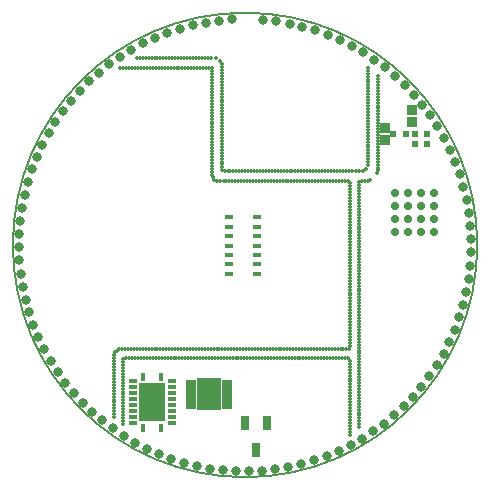
<source format=gbs>
G04*
G04 #@! TF.GenerationSoftware,Altium Limited,Altium Designer,22.6.1 (34)*
G04*
G04 Layer_Color=16711935*
%FSLAX44Y44*%
%MOMM*%
G71*
G04*
G04 #@! TF.SameCoordinates,74DF644D-C5CC-47E8-8FD8-F3D1935BC2B4*
G04*
G04*
G04 #@! TF.FilePolarity,Negative*
G04*
G01*
G75*
%ADD12C,0.2000*%
%ADD78C,0.8032*%
%ADD79C,0.7032*%
%ADD80C,0.3532*%
%ADD88R,0.6000X0.6000*%
%ADD89R,0.7500X0.3500*%
%ADD96R,0.8532X0.8532*%
%ADD97R,0.8032X1.2532*%
%ADD98R,0.9532X0.5032*%
%ADD99R,2.1032X2.8032*%
%ADD100R,2.2532X3.2532*%
%ADD101R,0.4432X0.8032*%
%ADD102R,0.8032X0.4432*%
D12*
X903478Y560832D02*
G03*
X903478Y560832I-196596J0D01*
G01*
D78*
X898188Y565772D02*
D03*
X825145Y711101D02*
D03*
X816133Y717751D02*
D03*
X710286Y369211D02*
D03*
X673420Y749078D02*
D03*
X644259Y379717D02*
D03*
X796276Y391335D02*
D03*
X732612Y370877D02*
D03*
X896226Y532264D02*
D03*
X559592Y682926D02*
D03*
X888565Y620731D02*
D03*
X897502Y543391D02*
D03*
X891781Y610003D02*
D03*
X548224Y453465D02*
D03*
X676802Y371540D02*
D03*
X542243Y462934D02*
D03*
X594737Y405437D02*
D03*
X526492Y624832D02*
D03*
X875355Y651584D02*
D03*
X841320Y424295D02*
D03*
X898156Y554572D02*
D03*
X849624Y688151D02*
D03*
X884417Y489145D02*
D03*
X540489Y655340D02*
D03*
X833123Y416664D02*
D03*
X603968Y399095D02*
D03*
X610643Y726094D02*
D03*
X894395Y599112D02*
D03*
X797069Y729496D02*
D03*
X531904Y482796D02*
D03*
X897596Y576956D02*
D03*
X880368Y641568D02*
D03*
X601109Y720216D02*
D03*
X546262Y664937D02*
D03*
X583196Y706789D02*
D03*
X524042Y503757D02*
D03*
X863004Y449917D02*
D03*
X569354Y427399D02*
D03*
X766174Y742596D02*
D03*
X879970Y478866D02*
D03*
X633791Y383700D02*
D03*
X765334Y378353D02*
D03*
X554724Y444344D02*
D03*
X662450Y746823D02*
D03*
X744524Y748311D02*
D03*
X518077Y592350D02*
D03*
X754571Y375255D02*
D03*
X743653Y372760D02*
D03*
X651622Y743961D02*
D03*
X620489Y731432D02*
D03*
X518687Y525499D02*
D03*
X699087Y369365D02*
D03*
X722359Y751454D02*
D03*
X695653Y751741D02*
D03*
X516557Y581254D02*
D03*
X552650Y674137D02*
D03*
X585872Y412282D02*
D03*
X535259Y645436D02*
D03*
X561751Y435623D02*
D03*
X527618Y493143D02*
D03*
X623561Y388259D02*
D03*
X530589Y635256D02*
D03*
X684500Y750719D02*
D03*
X824455Y409571D02*
D03*
X863508Y670584D02*
D03*
X787054Y734510D02*
D03*
X776727Y738843D02*
D03*
X888285Y499656D02*
D03*
X833773Y703960D02*
D03*
X515658Y570090D02*
D03*
X577403Y419611D02*
D03*
X567013Y691315D02*
D03*
X884756Y631264D02*
D03*
X896383Y588090D02*
D03*
X515381Y558893D02*
D03*
X687914Y370142D02*
D03*
X640995Y740425D02*
D03*
X806450Y724154D02*
D03*
X874957Y468851D02*
D03*
X536956Y472694D02*
D03*
X522981Y614197D02*
D03*
X591917Y713817D02*
D03*
X806003Y396887D02*
D03*
X894237Y521242D02*
D03*
X815406Y402972D02*
D03*
X613600Y393380D02*
D03*
X516925Y536559D02*
D03*
X520211Y603345D02*
D03*
X775908Y382046D02*
D03*
X786255Y386332D02*
D03*
X856811Y679561D02*
D03*
X869244Y459217D02*
D03*
X755429Y745755D02*
D03*
X891561Y510366D02*
D03*
X574889Y699277D02*
D03*
X654932Y376324D02*
D03*
X856255Y440978D02*
D03*
X521062Y514553D02*
D03*
X630617Y736214D02*
D03*
X849020Y432429D02*
D03*
X515781Y547700D02*
D03*
X869696Y661249D02*
D03*
X665785Y373554D02*
D03*
X721477Y369680D02*
D03*
X733494Y750257D02*
D03*
X841970Y696328D02*
D03*
D79*
X844892Y582764D02*
D03*
X855892D02*
D03*
X833892D02*
D03*
Y571764D02*
D03*
X855892D02*
D03*
X844892D02*
D03*
Y593764D02*
D03*
X833892D02*
D03*
X855892D02*
D03*
X866892D02*
D03*
Y571764D02*
D03*
Y582764D02*
D03*
X833892Y604764D02*
D03*
X855892D02*
D03*
X844892D02*
D03*
X866892D02*
D03*
D80*
X598170Y471424D02*
D03*
X680974Y616204D02*
D03*
X689575Y623213D02*
D03*
X692115D02*
D03*
X694401D02*
D03*
X696941D02*
D03*
X699227D02*
D03*
X701513D02*
D03*
X704307D02*
D03*
X707101D02*
D03*
X709641D02*
D03*
X812800Y615950D02*
D03*
X803621Y623213D02*
D03*
X800573D02*
D03*
X797560Y623316D02*
D03*
X794766D02*
D03*
X809463Y625499D02*
D03*
X792191Y623213D02*
D03*
X789651D02*
D03*
X787111D02*
D03*
X784571D02*
D03*
X803734Y518944D02*
D03*
X637729Y473063D02*
D03*
X819482Y646365D02*
D03*
X679727Y617998D02*
D03*
X819482Y681365D02*
D03*
X595514Y449955D02*
D03*
X750229Y473063D02*
D03*
X795377Y510558D02*
D03*
X807031Y623213D02*
D03*
X712729Y473063D02*
D03*
X803734Y541444D02*
D03*
X819482Y643865D02*
D03*
X742031Y623213D02*
D03*
X803734Y443944D02*
D03*
X678791Y665331D02*
D03*
X803734Y513944D02*
D03*
X603871Y416712D02*
D03*
X803734Y438944D02*
D03*
X716322Y464706D02*
D03*
X811125Y698372D02*
D03*
X682729Y473063D02*
D03*
X687148Y651470D02*
D03*
X795377Y523058D02*
D03*
X819433Y623865D02*
D03*
X748640Y614856D02*
D03*
X712031Y623213D02*
D03*
X806062Y614856D02*
D03*
X771322Y464706D02*
D03*
X636322D02*
D03*
X662730Y719225D02*
D03*
X678791Y670331D02*
D03*
X703822Y464706D02*
D03*
X603871Y439212D02*
D03*
X795377Y407748D02*
D03*
X625229Y473063D02*
D03*
X655229D02*
D03*
X785229D02*
D03*
X795377Y402748D02*
D03*
X711140Y614856D02*
D03*
X671350Y710868D02*
D03*
X795377Y495558D02*
D03*
X628850Y710868D02*
D03*
X811125Y665872D02*
D03*
X729531Y623213D02*
D03*
X739531D02*
D03*
X777031D02*
D03*
X735229Y473063D02*
D03*
X795377Y485558D02*
D03*
X726140Y614856D02*
D03*
X803734Y448944D02*
D03*
X701140Y614856D02*
D03*
X767729Y473063D02*
D03*
X678791Y645331D02*
D03*
X667729Y473063D02*
D03*
X795377Y563058D02*
D03*
Y480558D02*
D03*
Y500558D02*
D03*
X678791Y682831D02*
D03*
X795377Y400248D02*
D03*
X595514Y434955D02*
D03*
X803734Y608943D02*
D03*
X595514Y444955D02*
D03*
X603871Y431712D02*
D03*
X760229Y473063D02*
D03*
X803734Y598943D02*
D03*
X643850Y710868D02*
D03*
X678791Y627831D02*
D03*
X803734Y538944D02*
D03*
Y453944D02*
D03*
X603871Y446712D02*
D03*
X687148Y623970D02*
D03*
Y626470D02*
D03*
X775229Y473063D02*
D03*
X819482Y636365D02*
D03*
X696322Y464706D02*
D03*
X595514Y452455D02*
D03*
X795377Y595558D02*
D03*
X761322Y464706D02*
D03*
X645230Y719225D02*
D03*
X678791Y700331D02*
D03*
X792729Y473063D02*
D03*
X795377Y450248D02*
D03*
X678791Y632831D02*
D03*
X759531Y623213D02*
D03*
X678791Y710331D02*
D03*
X603871Y426712D02*
D03*
X793822Y464706D02*
D03*
X690229Y473063D02*
D03*
X611322Y464706D02*
D03*
X758822D02*
D03*
X728640Y614856D02*
D03*
X811125Y670872D02*
D03*
X687148Y633970D02*
D03*
X795377Y540558D02*
D03*
X819482Y688865D02*
D03*
X803734Y411444D02*
D03*
X795377Y437748D02*
D03*
X676350Y710868D02*
D03*
X687148Y711470D02*
D03*
X793640Y614856D02*
D03*
X795377Y425248D02*
D03*
X732031Y623213D02*
D03*
X742729Y473063D02*
D03*
X811125Y685872D02*
D03*
X603850Y710868D02*
D03*
X795377Y462748D02*
D03*
X819482Y683865D02*
D03*
X623850Y710868D02*
D03*
X595526Y467455D02*
D03*
X818513Y621541D02*
D03*
X607729Y473063D02*
D03*
X744531Y623213D02*
D03*
X764531D02*
D03*
X723822Y464706D02*
D03*
X687148Y671470D02*
D03*
X746140Y614856D02*
D03*
X687148Y703970D02*
D03*
X795377Y412748D02*
D03*
X811125Y693372D02*
D03*
X687148Y663970D02*
D03*
X803734Y451444D02*
D03*
X671322Y464706D02*
D03*
X751322D02*
D03*
X803734Y533944D02*
D03*
X630230Y719225D02*
D03*
X627729Y473063D02*
D03*
X693822Y464706D02*
D03*
X737729Y473063D02*
D03*
X655230Y719225D02*
D03*
X673822Y464706D02*
D03*
X803734Y588944D02*
D03*
X795377Y478058D02*
D03*
X803734Y496444D02*
D03*
X658822Y464706D02*
D03*
X668850Y710868D02*
D03*
X781322Y464706D02*
D03*
X778640Y614856D02*
D03*
X776322Y464706D02*
D03*
X653850Y710868D02*
D03*
X803734Y558944D02*
D03*
X819482Y663865D02*
D03*
X736140Y614856D02*
D03*
X687148Y653970D02*
D03*
Y708970D02*
D03*
X603871Y459212D02*
D03*
X757729Y473063D02*
D03*
X788640Y614856D02*
D03*
X631350Y710868D02*
D03*
X676322Y464706D02*
D03*
X803734Y458944D02*
D03*
X752031Y623213D02*
D03*
X770229Y473063D02*
D03*
X811056Y615021D02*
D03*
X678791Y707831D02*
D03*
X803734Y431444D02*
D03*
Y488944D02*
D03*
Y566444D02*
D03*
X603871Y429212D02*
D03*
X678829Y620331D02*
D03*
X819482Y671365D02*
D03*
Y648865D02*
D03*
X803734Y456444D02*
D03*
X795377Y417748D02*
D03*
X682074Y719107D02*
D03*
X769531Y623213D02*
D03*
X803734Y556444D02*
D03*
X595514Y459955D02*
D03*
X803734Y586444D02*
D03*
X678791Y667831D02*
D03*
X731322Y464706D02*
D03*
X678791Y650331D02*
D03*
X795377Y488058D02*
D03*
X780229Y473063D02*
D03*
X776140Y614856D02*
D03*
X678791Y642831D02*
D03*
X687148Y656470D02*
D03*
X811125Y688372D02*
D03*
Y658372D02*
D03*
X603871Y434212D02*
D03*
X595514Y414955D02*
D03*
X603871Y464212D02*
D03*
X795377Y535558D02*
D03*
X803734Y548944D02*
D03*
X795377Y600558D02*
D03*
X803734Y423944D02*
D03*
X678791Y635331D02*
D03*
X783822Y464706D02*
D03*
X635230Y719225D02*
D03*
X795377Y427748D02*
D03*
X642730Y719225D02*
D03*
X721322Y464706D02*
D03*
X772031Y623213D02*
D03*
X795377Y518058D02*
D03*
X596375Y469807D02*
D03*
X771140Y614856D02*
D03*
X687148Y681470D02*
D03*
X657729Y473063D02*
D03*
X803734Y571444D02*
D03*
X733822Y464706D02*
D03*
X765229Y473063D02*
D03*
X687148Y668970D02*
D03*
X803734Y591443D02*
D03*
X652730Y719225D02*
D03*
X698640Y614856D02*
D03*
X803734Y413944D02*
D03*
X687148Y678970D02*
D03*
X623822Y464706D02*
D03*
X603871Y451712D02*
D03*
X795377Y588058D02*
D03*
X787729Y473063D02*
D03*
X795377Y550558D02*
D03*
X803734Y508944D02*
D03*
Y506444D02*
D03*
X795377Y440248D02*
D03*
X595514Y429955D02*
D03*
X678791Y660331D02*
D03*
X731140Y614856D02*
D03*
X733640D02*
D03*
X763640D02*
D03*
X715229Y473063D02*
D03*
X691140Y614856D02*
D03*
X621350Y710868D02*
D03*
X687148Y631470D02*
D03*
X803734Y601443D02*
D03*
X736322Y464706D02*
D03*
X737031Y623213D02*
D03*
X811125Y638372D02*
D03*
X803734Y526444D02*
D03*
X600236Y472875D02*
D03*
X803734Y473944D02*
D03*
X595514Y442455D02*
D03*
X687148Y666470D02*
D03*
X752729Y473063D02*
D03*
X803734Y603943D02*
D03*
Y491444D02*
D03*
X688640Y614856D02*
D03*
X795377Y580558D02*
D03*
X743822Y464706D02*
D03*
X685229Y473063D02*
D03*
X795377Y583058D02*
D03*
X632729Y473063D02*
D03*
X618822Y464706D02*
D03*
X686088Y716269D02*
D03*
X708822Y464706D02*
D03*
X648822D02*
D03*
X606350Y710868D02*
D03*
X811125Y708372D02*
D03*
X795377Y452748D02*
D03*
X803734Y613943D02*
D03*
X603871Y449212D02*
D03*
X753822Y464706D02*
D03*
X768822D02*
D03*
X761140Y614856D02*
D03*
X678791Y687831D02*
D03*
X641350Y710868D02*
D03*
X687148Y646470D02*
D03*
X595514Y454955D02*
D03*
X720229Y473063D02*
D03*
X717031Y623213D02*
D03*
X754531D02*
D03*
X662729Y473063D02*
D03*
X795377Y590558D02*
D03*
X774531Y623213D02*
D03*
X603871Y456712D02*
D03*
X713640Y614856D02*
D03*
X803734Y611443D02*
D03*
X616322Y464706D02*
D03*
X665229Y473063D02*
D03*
X811125Y710872D02*
D03*
X763822Y464706D02*
D03*
X766140Y614856D02*
D03*
X616350Y710868D02*
D03*
X692729Y473063D02*
D03*
X595514Y422455D02*
D03*
X617730Y719225D02*
D03*
X651350Y710868D02*
D03*
X603871Y424212D02*
D03*
X718640Y614856D02*
D03*
X641322Y464706D02*
D03*
X603871Y441712D02*
D03*
X698822Y464706D02*
D03*
X803734Y428944D02*
D03*
X637730Y719225D02*
D03*
X753640Y614856D02*
D03*
X605229Y473063D02*
D03*
X687148Y701470D02*
D03*
X708640Y614856D02*
D03*
X811125Y653372D02*
D03*
X702729Y473063D02*
D03*
X678791Y662831D02*
D03*
X803734Y478944D02*
D03*
Y436444D02*
D03*
X795377Y410248D02*
D03*
Y490558D02*
D03*
X678791Y677831D02*
D03*
X695229Y473063D02*
D03*
X795377Y610558D02*
D03*
X678791Y705331D02*
D03*
X727729Y473063D02*
D03*
X803734Y578944D02*
D03*
X670229Y473063D02*
D03*
X663822Y464706D02*
D03*
X803734Y553944D02*
D03*
X766322Y464706D02*
D03*
X795377Y520558D02*
D03*
X647729Y473063D02*
D03*
X606322Y464706D02*
D03*
X795377Y483058D02*
D03*
X803734Y528944D02*
D03*
X795377Y575558D02*
D03*
X595514Y462455D02*
D03*
X687148Y673970D02*
D03*
X795377Y543058D02*
D03*
X819482Y638865D02*
D03*
X741322Y464706D02*
D03*
X665230Y719225D02*
D03*
X703640Y614856D02*
D03*
X714531Y623213D02*
D03*
X667730Y719225D02*
D03*
X678791Y702831D02*
D03*
X803734Y501444D02*
D03*
X795377Y460248D02*
D03*
X677729Y473063D02*
D03*
X650230Y719225D02*
D03*
X631322Y464706D02*
D03*
X795377Y585558D02*
D03*
X811125Y675872D02*
D03*
X795377Y613058D02*
D03*
X811125Y648372D02*
D03*
X678791Y680331D02*
D03*
X656350Y710868D02*
D03*
X687148Y688970D02*
D03*
X803734Y408944D02*
D03*
X726322Y464706D02*
D03*
X795377Y415248D02*
D03*
X790229Y473063D02*
D03*
X803734Y471444D02*
D03*
X660230Y719225D02*
D03*
X642729Y473063D02*
D03*
X685800Y614934D02*
D03*
X803734Y531444D02*
D03*
X779531Y623213D02*
D03*
X612729Y473063D02*
D03*
X795377Y545558D02*
D03*
X819482Y633865D02*
D03*
X747729Y473063D02*
D03*
X728822Y464706D02*
D03*
X595514Y447455D02*
D03*
X677730Y719225D02*
D03*
X595514Y439955D02*
D03*
X603871Y419212D02*
D03*
Y421712D02*
D03*
X811125Y643372D02*
D03*
Y660872D02*
D03*
X819482Y651365D02*
D03*
X746322Y464706D02*
D03*
X706322D02*
D03*
X687148Y696470D02*
D03*
X711322Y464706D02*
D03*
X803734Y561444D02*
D03*
X795377Y530558D02*
D03*
X700229Y473063D02*
D03*
X687148Y648970D02*
D03*
X741140Y614856D02*
D03*
X678791Y652831D02*
D03*
X725229Y473063D02*
D03*
X626350Y710868D02*
D03*
X803734Y546444D02*
D03*
X595514Y437455D02*
D03*
Y417455D02*
D03*
X666350Y710868D02*
D03*
X795377Y528058D02*
D03*
X803734Y498944D02*
D03*
X811125Y683372D02*
D03*
X803734Y441444D02*
D03*
Y576444D02*
D03*
X795377Y435248D02*
D03*
X819482Y631365D02*
D03*
X791322Y464706D02*
D03*
X811125Y630872D02*
D03*
X658850Y710868D02*
D03*
X795377Y430248D02*
D03*
X722729Y473063D02*
D03*
X773822Y464706D02*
D03*
X603871Y454212D02*
D03*
X615229Y473063D02*
D03*
X687148Y636470D02*
D03*
X717729Y473063D02*
D03*
X678791Y630331D02*
D03*
X782729Y473063D02*
D03*
X608822Y464706D02*
D03*
X645229Y473063D02*
D03*
X795377Y570558D02*
D03*
Y498058D02*
D03*
Y455248D02*
D03*
X803734Y446444D02*
D03*
X595514Y427455D02*
D03*
X795377Y578058D02*
D03*
X608850Y710868D02*
D03*
X603871Y409212D02*
D03*
X661322Y464706D02*
D03*
X795377Y608058D02*
D03*
X618850Y710868D02*
D03*
X687148Y676470D02*
D03*
X803734Y516444D02*
D03*
X678791Y695331D02*
D03*
X696140Y614856D02*
D03*
X678791Y647831D02*
D03*
X724531Y623213D02*
D03*
X819482Y698865D02*
D03*
X693640Y614856D02*
D03*
X795377Y603058D02*
D03*
X643822Y464706D02*
D03*
X719531Y623213D02*
D03*
X819482Y653865D02*
D03*
X795377Y457748D02*
D03*
X788822Y464706D02*
D03*
X734531Y623213D02*
D03*
X803734Y581444D02*
D03*
X661350Y710868D02*
D03*
X626322Y464706D02*
D03*
X811125Y705872D02*
D03*
Y700872D02*
D03*
X602729Y473063D02*
D03*
X811125Y690872D02*
D03*
X687148Y691470D02*
D03*
X795377Y565558D02*
D03*
X722031Y623213D02*
D03*
X795377Y405248D02*
D03*
X803734Y461444D02*
D03*
X755229Y473063D02*
D03*
X650229D02*
D03*
X681322Y464706D02*
D03*
X819482Y691365D02*
D03*
X718822Y464706D02*
D03*
X803734Y511444D02*
D03*
X636350Y710868D02*
D03*
X803734Y503944D02*
D03*
X795377Y447748D02*
D03*
X640229Y473063D02*
D03*
X819482Y658865D02*
D03*
X610229Y473063D02*
D03*
X811125Y655872D02*
D03*
X635229Y473063D02*
D03*
X687148Y693970D02*
D03*
X756140Y614856D02*
D03*
X795377Y573058D02*
D03*
X678791Y657831D02*
D03*
X819482Y661365D02*
D03*
X803734Y563944D02*
D03*
X811125Y663372D02*
D03*
X795377Y420248D02*
D03*
X663850Y710868D02*
D03*
X713822Y464706D02*
D03*
X687148Y683970D02*
D03*
X811125Y703372D02*
D03*
X819482Y656365D02*
D03*
X687729Y473063D02*
D03*
X678822Y464706D02*
D03*
X687067Y713969D02*
D03*
X613822Y464706D02*
D03*
X811125Y650872D02*
D03*
X678791Y690331D02*
D03*
X819482Y703865D02*
D03*
X747031Y623213D02*
D03*
X657730Y719225D02*
D03*
X716140Y614856D02*
D03*
X811125Y673372D02*
D03*
X620229Y473063D02*
D03*
X620230Y719225D02*
D03*
X791140Y614856D02*
D03*
X803734Y606443D02*
D03*
Y493944D02*
D03*
X651322Y464706D02*
D03*
X603871Y411712D02*
D03*
X762729Y473063D02*
D03*
X795377Y515558D02*
D03*
X687148Y661470D02*
D03*
X595514Y432455D02*
D03*
X678791Y672831D02*
D03*
X811125Y645872D02*
D03*
X678791Y640331D02*
D03*
X738822Y464706D02*
D03*
X640230Y719225D02*
D03*
X687148Y706470D02*
D03*
X803734Y573944D02*
D03*
X672729Y473063D02*
D03*
X795377Y432748D02*
D03*
X603871Y461712D02*
D03*
X648850Y710868D02*
D03*
X795377Y508058D02*
D03*
X745229Y473063D02*
D03*
X678791Y685331D02*
D03*
X803734Y466444D02*
D03*
X611350Y710868D02*
D03*
X819482Y666365D02*
D03*
X675229Y473063D02*
D03*
X795377Y503058D02*
D03*
Y568058D02*
D03*
X811125Y635872D02*
D03*
X803734Y481444D02*
D03*
X707729Y473063D02*
D03*
X687148Y643970D02*
D03*
X678791Y692831D02*
D03*
X795377Y513058D02*
D03*
X595514Y424955D02*
D03*
X748822Y464706D02*
D03*
X757031Y623213D02*
D03*
X595514Y464955D02*
D03*
X795229Y473063D02*
D03*
X678791Y655331D02*
D03*
X613850Y710868D02*
D03*
X819482Y628865D02*
D03*
X701322Y464706D02*
D03*
X670230Y719225D02*
D03*
X656322Y464706D02*
D03*
X808562Y614856D02*
D03*
X803734Y551444D02*
D03*
X710229Y473063D02*
D03*
X756322Y464706D02*
D03*
X743640Y614856D02*
D03*
X803734Y583944D02*
D03*
X819482Y701365D02*
D03*
X738640Y614856D02*
D03*
X803734Y523944D02*
D03*
X811125Y695872D02*
D03*
X687148Y641470D02*
D03*
X803734Y596443D02*
D03*
X819482Y641365D02*
D03*
X603871Y414212D02*
D03*
X660229Y473063D02*
D03*
X622730Y719225D02*
D03*
X668822Y464706D02*
D03*
X633850Y710868D02*
D03*
X723640Y614856D02*
D03*
X795377Y475558D02*
D03*
X811125Y640872D02*
D03*
X678791Y697831D02*
D03*
X687148Y686470D02*
D03*
Y658970D02*
D03*
X795377Y553058D02*
D03*
X786140Y614856D02*
D03*
X803734Y476444D02*
D03*
X795377Y593058D02*
D03*
X778822Y464706D02*
D03*
X819482Y696365D02*
D03*
X603871Y444212D02*
D03*
X732729Y473063D02*
D03*
X772729D02*
D03*
X819482Y626365D02*
D03*
X652729Y473063D02*
D03*
X803734Y486444D02*
D03*
X686322Y464706D02*
D03*
X638850Y710868D02*
D03*
X795377Y548058D02*
D03*
X615230Y719225D02*
D03*
X601350Y710868D02*
D03*
X782031Y623213D02*
D03*
X777729Y473063D02*
D03*
X675230Y719225D02*
D03*
X795377Y598058D02*
D03*
X803734Y536444D02*
D03*
Y483944D02*
D03*
X653822Y464706D02*
D03*
X678791Y622831D02*
D03*
X740229Y473063D02*
D03*
X625230Y719225D02*
D03*
X819482Y668865D02*
D03*
X687148Y628970D02*
D03*
X795377Y445248D02*
D03*
X617729Y473063D02*
D03*
X678791Y675331D02*
D03*
X727031Y623213D02*
D03*
X687148Y638970D02*
D03*
X819482Y686365D02*
D03*
X803734Y568944D02*
D03*
X680229Y473063D02*
D03*
X795377Y558058D02*
D03*
X811125Y668372D02*
D03*
X795377Y555558D02*
D03*
Y560558D02*
D03*
X786322Y464706D02*
D03*
X811125Y678372D02*
D03*
X595514Y457455D02*
D03*
X795377Y505558D02*
D03*
X705229Y473063D02*
D03*
X781140Y614856D02*
D03*
X795377Y493058D02*
D03*
X683822Y464706D02*
D03*
X595514Y419955D02*
D03*
X749531Y623213D02*
D03*
X706140Y614856D02*
D03*
X803734Y543944D02*
D03*
X646322Y464706D02*
D03*
X795377Y605558D02*
D03*
X628822Y464706D02*
D03*
X673850Y710868D02*
D03*
X751140Y614856D02*
D03*
X647730Y719225D02*
D03*
X632730D02*
D03*
X603871Y436712D02*
D03*
X773640Y614856D02*
D03*
X630229Y473063D02*
D03*
X803734Y426444D02*
D03*
X633822Y464706D02*
D03*
X795377Y538058D02*
D03*
X622729Y473063D02*
D03*
X819482Y673865D02*
D03*
X762031Y623213D02*
D03*
X688822Y464706D02*
D03*
X638822D02*
D03*
X730229Y473063D02*
D03*
X672730Y719225D02*
D03*
X811125Y628372D02*
D03*
Y680872D02*
D03*
X621322Y464706D02*
D03*
X795377Y533058D02*
D03*
X803734Y406444D02*
D03*
X666322Y464706D02*
D03*
X627730Y719225D02*
D03*
X691322Y464706D02*
D03*
X683260Y615188D02*
D03*
X811125Y633372D02*
D03*
X819482Y678865D02*
D03*
X767031Y623213D02*
D03*
X803734Y593943D02*
D03*
X687148Y698970D02*
D03*
X646350Y710868D02*
D03*
X819482Y693865D02*
D03*
X803734Y421444D02*
D03*
X678791Y637831D02*
D03*
X795377Y442748D02*
D03*
X803734Y468944D02*
D03*
Y433944D02*
D03*
X795377Y422748D02*
D03*
X697729Y473063D02*
D03*
X803734Y416444D02*
D03*
X721140Y614856D02*
D03*
X783640D02*
D03*
X795377Y525558D02*
D03*
X819482Y676365D02*
D03*
X803734Y418944D02*
D03*
X768640Y614856D02*
D03*
X758640D02*
D03*
X678791Y625331D02*
D03*
X803734Y521444D02*
D03*
Y463944D02*
D03*
D88*
X861230Y646176D02*
D03*
X850730D02*
D03*
X832442Y655066D02*
D03*
X842942D02*
D03*
X860976D02*
D03*
X850476D02*
D03*
D89*
X693104Y584324D02*
D03*
Y576324D02*
D03*
Y568324D02*
D03*
Y560324D02*
D03*
Y552324D02*
D03*
Y544324D02*
D03*
Y536324D02*
D03*
X717104D02*
D03*
Y544324D02*
D03*
Y552324D02*
D03*
Y560324D02*
D03*
Y568324D02*
D03*
Y576324D02*
D03*
Y584324D02*
D03*
D96*
X825246Y659812D02*
D03*
Y649812D02*
D03*
X847852Y664798D02*
D03*
Y674798D02*
D03*
D97*
X716280Y387280D02*
D03*
X725780Y410280D02*
D03*
X706780D02*
D03*
D98*
X691402Y444340D02*
D03*
Y439340D02*
D03*
Y434340D02*
D03*
Y429340D02*
D03*
Y424340D02*
D03*
X661402D02*
D03*
Y429340D02*
D03*
Y434340D02*
D03*
Y439340D02*
D03*
Y444340D02*
D03*
D99*
X676402Y434340D02*
D03*
D100*
X628396Y427736D02*
D03*
D101*
X620896Y449236D02*
D03*
Y406236D02*
D03*
X635896D02*
D03*
Y449236D02*
D03*
D102*
X611896Y445236D02*
D03*
Y440236D02*
D03*
Y435236D02*
D03*
Y430236D02*
D03*
Y425236D02*
D03*
Y420236D02*
D03*
Y415236D02*
D03*
Y410236D02*
D03*
X644896D02*
D03*
Y415236D02*
D03*
Y420236D02*
D03*
Y425236D02*
D03*
Y430236D02*
D03*
Y435236D02*
D03*
Y440236D02*
D03*
Y445236D02*
D03*
M02*

</source>
